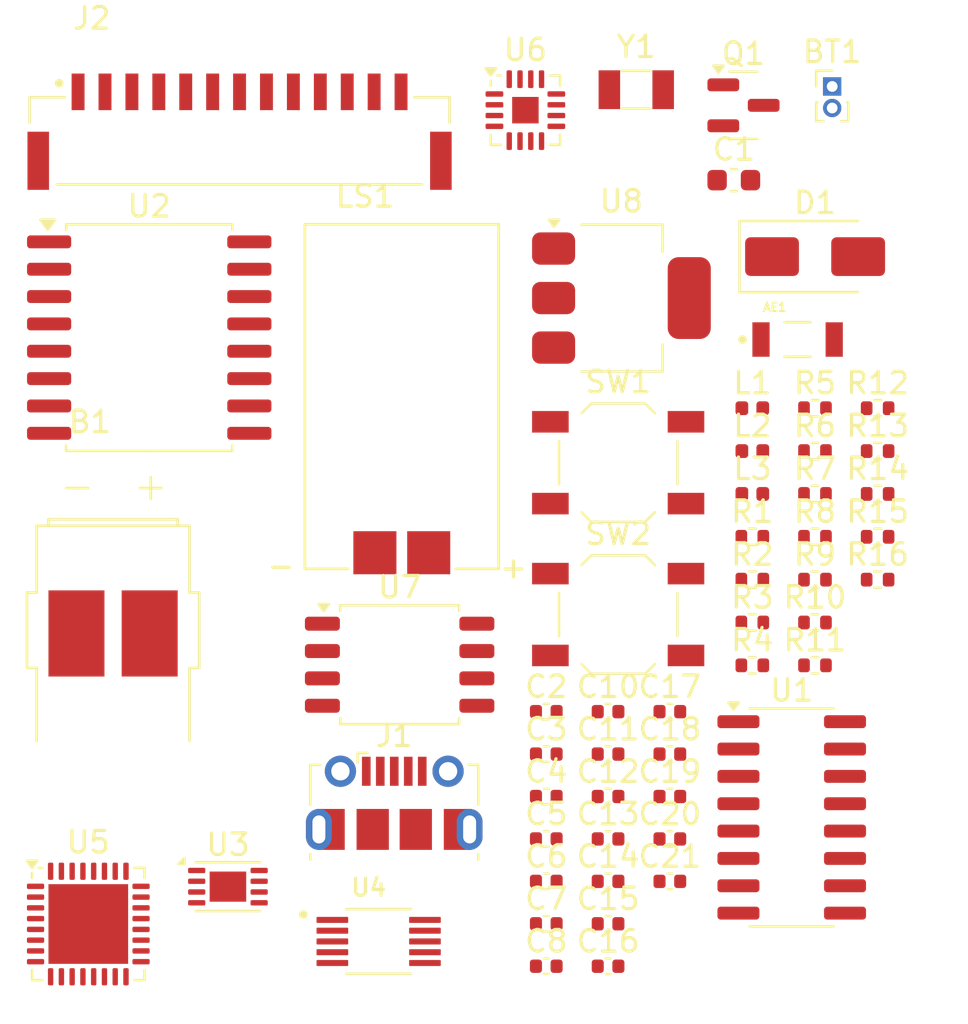
<source format=kicad_pcb>
(kicad_pcb (version 20241229) (generator "pcbnew") (generator_version "9.0")
  (layers (0 "F.Cu" signal) (2 "B.Cu" signal) (13 "F.Paste" user) (15 "B.Paste" user) (5 "F.SilkS" user "F.Silkscreen") (7 "B.SilkS" user "B.Silkscreen") (1 "F.Mask" user) (3 "B.Mask" user) (25 "Edge.Cuts" user))
  (net 0 "")
  (net 1 "/D-")
  (net 2 "/D+")
  (net 3 "Net-(AE1-PCB_Trace)")
  (net 4 "Net-(U4-OUT-)")
  (net 6 "Net-(U4-OUT+)")
  (net 7 "Net-(BT1-+)")
  (net 8 "Net-(U4-REG)")
  (net 9 "Net-(D1-K)")
  (net 10 "Net-(U5-LNA_IN)")
  (net 11 "TBD")
  (net 12 "Net-(C13-Pad1)")
  (net 13 "/DIN")
  (net 14 "GND")
  (net 15 "Net-(U5-XTAL_N)")
  (net 16 "Net-(C21-Pad1)")
  (net 17 "/DC")
  (net 19 "/MOSI")
  (net 20 "/RST")
  (net 21 "/MISO")
  (net 24 "Net-(U5-XTAL_P)")
  (net 25 "/SCK")
  (net 26 "/SDA")
  (net 27 "+3.3V")
  (net 28 "/BOOT")
  (net 29 "Net-(U3-PROG)")
  (net 30 "Net-(U6-GAIN_SLOT)")
  (net 31 "Net-(U6-~{SD_MODE})")
  (net 32 "/SPIHD")
  (net 33 "Net-(U5-SPIHD)")
  (net 34 "/CS")
  (net 35 "Net-(U5-SPIWP)")
  (net 36 "/LSPIWP")
  (net 37 "Net-(U5-SPICLK)")
  (net 38 "/BCLK")
  (net 39 "Net-(U5-SPID)")
  (net 40 "/SCL")
  (net 41 "/LRCLK")
  (net 42 "Net-(U5-SPIQ)")
  (net 43 "/TXD")
  (net 44 "Net-(U5-U0TXD)")
  (net 45 "/Haptic_EN")
  (net 50 "Net-(U6-OUTN)")
  (net 53 "Net-(U6-OUTP)")
  (net 55 "/USB5V")
  (net 57 "/RXD")
  (net 72 "/Display_CS")
  (footprint "Inductor_SMD:L_0402_1005Metric" (layer "F.Cu") (at 167.195 85.535)
    (property "Reference" "L3" (at 0 -1.17 0) (layer "F.SilkS"))
    (property "Value" "TBD")
    (pad "1" smd roundrect (at -0.485 0) (size 0.59 0.64) (layers "F.Cu" "F.Mask" "F.Paste") (net 16 "Net-(C21-Pad1)"))
    (pad "2" smd roundrect (at 0.485 0) (size 0.59 0.64) (layers "F.Cu" "F.Mask" "F.Paste") (net 24 "Net-(U5-XTAL_P)"))
  )
  (footprint "Resistor_SMD:R_0402_1005Metric" (layer "F.Cu") (at 170.105 83.545)
    (property "Reference" "R6" (at 0 -1.17 0) (layer "F.SilkS"))
    (property "Value" "0")
    (pad "1" smd roundrect (at -0.51 0) (size 0.54 0.64) (layers "F.Cu" "F.Mask" "F.Paste") (net 27 "+3.3V"))
    (pad "2" smd roundrect (at 0.51 0) (size 0.54 0.64) (layers "F.Cu" "F.Mask" "F.Paste") (net 30 "Net-(U6-GAIN_SLOT)"))
  )
  (footprint "Capacitor_SMD:C_0402_1005Metric" (layer "F.Cu") (at 157.625 97.615)
    (property "Reference" "C3" (at 0 -1.16 0) (layer "F.SilkS"))
    (property "Value" "10uF")
    (pad "1" smd roundrect (at -0.48 0) (size 0.56 0.62) (layers "F.Cu" "F.Mask" "F.Paste") (net 9 "Net-(D1-K)"))
    (pad "2" smd roundrect (at 0.48 0) (size 0.56 0.62) (layers "F.Cu" "F.Mask" "F.Paste") (net 14 "GND"))
  )
  (footprint "Resistor_SMD:R_0402_1005Metric" (layer "F.Cu") (at 170.105 85.535)
    (property "Reference" "R7" (at 0 -1.17 0) (layer "F.SilkS"))
    (property "Value" "0")
    (pad "1" smd roundrect (at -0.51 0) (size 0.54 0.64) (layers "F.Cu" "F.Mask" "F.Paste") (net 14 "GND"))
    (pad "2" smd roundrect (at 0.51 0) (size 0.54 0.64) (layers "F.Cu" "F.Mask" "F.Paste") (net 30 "Net-(U6-GAIN_SLOT)"))
  )
  (footprint "Imports_Global:CUI_CMS-16098A-SP" (layer "F.Cu") (at 150.915 81.015)
    (property "Reference" "LS1" (at -1.70683 -9.30005 0) (layer "F.SilkS") (effects (font (size 1.001087 1.001087))))
    (property "Value" "CMS-16098A-SP")
    (fp_text user "-" (at -5.60761 7.85127 0) (layer "F.SilkS") (effects (font (size 1.003866 1.003866))))
    (fp_text user "+" (at 5.18483 7.93351 0) (layer "F.SilkS") (effects (font (size 1.005008 1.005008))))
    (pad "N" smd rect (at -1.25 7.25) (size 2 2) (layers "F.Cu" "F.Mask" "F.Paste") (net 50 "Net-(U6-OUTN)"))
    (pad "P" smd rect (at 1.25 7.25) (size 2 2) (layers "F.Cu" "F.Mask" "F.Paste") (net 53 "Net-(U6-OUTP)"))
  )
  (footprint "DRV2605LDGSR:SOP50P490X110-10N" (layer "F.Cu") (at 149.84 106.315)
    (property "Reference" "U4" (at -0.46 -2.508 0) (layer "F.SilkS") (effects (font (size 0.8 0.8))))
    (property "Value" "DRV2605LDGSR")
    (pad "1" smd roundrect (at -2.15 -1) (size 1.47 0.28) (layers "F.Cu" "F.Mask" "F.Paste") (roundrect_rratio 0.125) (net 8 "Net-(U4-REG)"))
    (pad "2" smd roundrect (at -2.15 -0.5) (size 1.47 0.28) (layers "F.Cu" "F.Mask" "F.Paste") (roundrect_rratio 0.125) (net 40 "/SCL"))
    (pad "3" smd roundrect (at -2.15 0) (size 1.47 0.28) (layers "F.Cu" "F.Mask" "F.Paste") (roundrect_rratio 0.125) (net 26 "/SDA"))
    (pad "4" smd roundrect (at -2.15 0.5) (size 1.47 0.28) (layers "F.Cu" "F.Mask" "F.Paste") (roundrect_rratio 0.125))
    (pad "5" smd roundrect (at -2.15 1) (size 1.47 0.28) (layers "F.Cu" "F.Mask" "F.Paste") (roundrect_rratio 0.125) (net 45 "/Haptic_EN"))
    (pad "6" smd roundrect (at 2.15 1) (size 1.47 0.28) (layers "F.Cu" "F.Mask" "F.Paste") (roundrect_rratio 0.125))
    (pad "7" smd roundrect (at 2.15 0.5) (size 1.47 0.28) (layers "F.Cu" "F.Mask" "F.Paste") (roundrect_rratio 0.125) (net 6 "Net-(U4-OUT+)"))
    (pad "8" smd roundrect (at 2.15 0) (size 1.47 0.28) (layers "F.Cu" "F.Mask" "F.Paste") (roundrect_rratio 0.125) (net 14 "GND"))
    (pad "9" smd roundrect (at 2.15 -0.5) (size 1.47 0.28) (layers "F.Cu" "F.Mask" "F.Paste") (roundrect_rratio 0.125) (net 4 "Net-(U4-OUT-)"))
    (pad "10" smd roundrect (at 2.15 -1) (size 1.47 0.28) (layers "F.Cu" "F.Mask" "F.Paste") (roundrect_rratio 0.125) (net 27 "+3.3V"))
  )
  (footprint "Resistor_SMD:R_0402_1005Metric" (layer "F.Cu") (at 173.015 89.515)
    (property "Reference" "R16" (at 0 -1.17 0) (layer "F.SilkS"))
    (property "Value" "4.7k")
    (pad "1" smd roundrect (at -0.51 0) (size 0.54 0.64) (layers "F.Cu" "F.Mask" "F.Paste") (net 55 "/USB5V"))
    (pad "2" smd roundrect (at 0.51 0) (size 0.54 0.64) (layers "F.Cu" "F.Mask" "F.Paste") (net 14 "GND"))
  )
  (footprint "Capacitor_SMD:C_0402_1005Metric" (layer "F.Cu") (at 163.365 103.525)
    (property "Reference" "C21" (at 0 -1.16 0) (layer "F.SilkS"))
    (property "Value" "TBD")
    (pad "1" smd roundrect (at -0.48 0) (size 0.56 0.62) (layers "F.Cu" "F.Mask" "F.Paste") (net 16 "Net-(C21-Pad1)"))
    (pad "2" smd roundrect (at 0.48 0) (size 0.56 0.62) (layers "F.Cu" "F.Mask" "F.Paste") (net 14 "GND"))
  )
  (footprint "Capacitor_SMD:C_0402_1005Metric" (layer "F.Cu") (at 160.495 105.495)
    (property "Reference" "C15" (at 0 -1.16 0) (layer "F.SilkS"))
    (property "Value" "0.1uF")
    (pad "1" smd roundrect (at -0.48 0) (size 0.56 0.62) (layers "F.Cu" "F.Mask" "F.Paste") (net 11 "TBD"))
    (pad "2" smd roundrect (at 0.48 0) (size 0.56 0.62) (layers "F.Cu" "F.Mask" "F.Paste") (net 14 "GND"))
  )
  (footprint "Capacitor_SMD:C_0402_1005Metric" (layer "F.Cu") (at 163.365 95.645)
    (property "Reference" "C17" (at 0 -1.16 0) (layer "F.SilkS"))
    (property "Value" "1uF")
    (pad "1" smd roundrect (at -0.48 0) (size 0.56 0.62) (layers "F.Cu" "F.Mask" "F.Paste") (net 11 "TBD"))
    (pad "2" smd roundrect (at 0.48 0) (size 0.56 0.62) (layers "F.Cu" "F.Mask" "F.Paste") (net 14 "GND"))
  )
  (footprint "Button_Switch_SMD:SW_SPST_TL3342" (layer "F.Cu") (at 160.965 84.085)
    (property "Reference" "SW1" (at 0 -3.75 0) (layer "F.SilkS"))
    (property "Value" "SW_Push")
    (pad "1" smd rect (at -3.15 -1.9) (size 1.7 1) (layers "F.Cu" "F.Mask" "F.Paste") (net 14 "GND"))
    (pad "1" smd rect (at 3.15 -1.9) (size 1.7 1) (layers "F.Cu" "F.Mask" "F.Paste") (net 14 "GND"))
    (pad "2" smd rect (at -3.15 1.9) (size 1.7 1) (layers "F.Cu" "F.Mask" "F.Paste") (net 20 "/RST"))
    (pad "2" smd rect (at 3.15 1.9) (size 1.7 1) (layers "F.Cu" "F.Mask" "F.Paste") (net 20 "/RST"))
  )
  (footprint "Resistor_SMD:R_0402_1005Metric" (layer "F.Cu") (at 173.015 81.555)
    (property "Reference" "R12" (at 0 -1.17 0) (layer "F.SilkS"))
    (property "Value" "0")
    (pad "1" smd roundrect (at -0.51 0) (size 0.54 0.64) (layers "F.Cu" "F.Mask" "F.Paste") (net 39 "Net-(U5-SPID)"))
    (pad "2" smd roundrect (at 0.51 0) (size 0.54 0.64) (layers "F.Cu" "F.Mask" "F.Paste") (net 19 "/MOSI"))
  )
  (footprint "Package_DFN_QFN:DFN-8-1EP_3x2mm_P0.5mm_EP1.7x1.4mm" (layer "F.Cu") (at 142.84 103.77)
    (property "Reference" "U3" (at 0 -1.95 0) (layer "F.SilkS"))
    (property "Value" "MCP73831-2-MC")
    (pad "1" smd roundrect (at -1.45 -0.75) (size 0.8 0.25) (layers "F.Cu" "F.Mask" "F.Paste") (net 55 "/USB5V"))
    (pad "2" smd roundrect (at -1.45 -0.25) (size 0.8 0.25) (layers "F.Cu" "F.Mask" "F.Paste") (net 55 "/USB5V"))
    (pad "3" smd roundrect (at -1.45 0.25) (size 0.8 0.25) (layers "F.Cu" "F.Mask" "F.Paste") (net 7 "Net-(BT1-+)"))
    (pad "4" smd roundrect (at -1.45 0.75) (size 0.8 0.25) (layers "F.Cu" "F.Mask" "F.Paste") (net 7 "Net-(BT1-+)"))
    (pad "5" smd roundrect (at 1.45 0.75) (size 0.8 0.25) (layers "F.Cu" "F.Mask" "F.Paste"))
    (pad "6" smd roundrect (at 1.45 0.25) (size 0.8 0.25) (layers "F.Cu" "F.Mask" "F.Paste") (net 14 "GND"))
    (pad "7" smd roundrect (at 1.45 -0.25) (size 0.8 0.25) (layers "F.Cu" "F.Mask" "F.Paste"))
    (pad "8" smd roundrect (at 1.45 -0.75) (size 0.8 0.25) (layers "F.Cu" "F.Mask" "F.Paste") (net 29 "Net-(U3-PROG)"))
    (pad "9" smd rect (at 0 0) (size 1.7 1.4) (property pad_prop_heatsink) (layers "F.Cu" "F.Mask") (net 14 "GND"))
  )
  (footprint "Resistor_SMD:R_0402_1005Metric" (layer "F.Cu") (at 167.195 87.525)
    (property "Reference" "R1" (at 0 -1.17 0) (layer "F.SilkS"))
    (property "Value" "4.7k")
    (pad "1" smd roundrect (at -0.51 0) (size 0.54 0.64) (layers "F.Cu" "F.Mask" "F.Paste") (net 27 "+3.3V"))
    (pad "2" smd roundrect (at 0.51 0) (size 0.54 0.64) (layers "F.Cu" "F.Mask" "F.Paste") (net 40 "/SCL"))
  )
  (footprint "Package_TO_SOT_SMD:SOT-223-3_TabPin2" (layer "F.Cu") (at 161.115 76.44)
    (property "Reference" "U8" (at 0 -4.5 0) (layer "F.SilkS"))
    (property "Value" "AMS1117-3.3")
    (pad "1" smd roundrect (at -3.15 -2.3) (size 2 1.5) (layers "F.Cu" "F.Mask" "F.Paste") (net 14 "GND"))
    (pad "2" smd roundrect (at -3.15 0) (size 2 1.5) (layers "F.Cu" "F.Mask" "F.Paste") (net 27 "+3.3V"))
    (pad "2" smd roundrect (at 3.15 0) (size 2 3.8) (layers "F.Cu" "F.Mask" "F.Paste") (net 27 "+3.3V"))
    (pad "3" smd roundrect (at -3.15 2.3) (size 2 1.5) (layers "F.Cu" "F.Mask" "F.Paste") (net 9 "Net-(D1-K)"))
  )
  (footprint "Resistor_SMD:R_0402_1005Metric" (layer "F.Cu") (at 170.105 91.505)
    (property "Reference" "R10" (at 0 -1.17 0) (layer "F.SilkS"))
    (property "Value" "0")
    (pad "1" smd roundrect (at -0.51 0) (size 0.54 0.64) (layers "F.Cu" "F.Mask" "F.Paste") (net 35 "Net-(U5-SPIWP)"))
    (pad "2" smd roundrect (at 0.51 0) (size 0.54 0.64) (layers "F.Cu" "F.Mask" "F.Paste") (net 36 "/LSPIWP"))
  )
  (footprint "Inductor_SMD:L_0402_1005Metric" (layer "F.Cu") (at 167.195 83.545)
    (property "Reference" "L2" (at 0 -1.17 0) (layer "F.SilkS"))
    (property "Value" "0.2nH")
    (pad "1" smd roundrect (at -0.485 0) (size 0.59 0.64) (layers "F.Cu" "F.Mask" "F.Paste") (net 12 "Net-(C13-Pad1)"))
    (pad "2" smd roundrect (at 0.485 0) (size 0.59 0.64) (layers "F.Cu" "F.Mask" "F.Paste") (net 11 "TBD"))
  )
  (footprint "Resistor_SMD:R_0402_1005Metric" (layer "F.Cu") (at 173.015 85.535)
    (property "Reference" "R14" (at 0 -1.17 0) (layer "F.SilkS"))
    (property "Value" "499")
    (pad "1" smd roundrect (at -0.51 0) (size 0.54 0.64) (layers "F.Cu" "F.Mask" "F.Paste") (net 43 "/TXD"))
    (pad "2" smd roundrect (at 0.51 0) (size 0.54 0.64) (layers "F.Cu" "F.Mask" "F.Paste") (net 44 "Net-(U5-U0TXD)"))
  )
  (footprint "Resistor_SMD:R_0402_1005Metric" (layer "F.Cu") (at 170.105 89.515)
    (property "Reference" "R9" (at 0 -1.17 0) (layer "F.SilkS"))
    (property "Value" "0")
    (pad "1" smd roundrect (at -0.51 0) (size 0.54 0.64) (layers "F.Cu" "F.Mask" "F.Paste") (net 33 "Net-(U5-SPIHD)"))
    (pad "2" smd roundrect (at 0.51 0) (size 0.54 0.64) (layers "F.Cu" "F.Mask" "F.Paste") (net 32 "/SPIHD"))
  )
  (footprint "Inductor_SMD:L_0402_1005Metric" (layer "F.Cu") (at 167.195 81.555)
    (property "Reference" "L1" (at 0 -1.17 0) (layer "F.SilkS"))
    (property "Value" "0.2nH")
    (pad "1" smd roundrect (at -0.485 0) (size 0.59 0.64) (layers "F.Cu" "F.Mask" "F.Paste") (net 10 "Net-(U5-LNA_IN)"))
    (pad "2" smd roundrect (at 0.485 0) (size 0.59 0.64) (layers "F.Cu" "F.Mask" "F.Paste") (net 3 "Net-(AE1-PCB_Trace)"))
  )
  (footprint "Capacitor_SMD:C_0402_1005Metric" (layer "F.Cu") (at 160.495 101.555)
    (property "Reference" "C13" (at 0 -1.16 0) (layer "F.SilkS"))
    (property "Value" "1uF")
    (pad "1" smd roundrect (at -0.48 0) (size 0.56 0.62) (layers "F.Cu" "F.Mask" "F.Paste") (net 12 "Net-(C13-Pad1)"))
    (pad "2" smd roundrect (at 0.48 0) (size 0.56 0.62) (layers "F.Cu" "F.Mask" "F.Paste") (net 14 "GND"))
  )
  (footprint "Package_SO:SOIC-16W_7.5x10.3mm_P1.27mm" (layer "F.Cu") (at 139.185 78.275)
    (property "Reference" "U2" (at 0 -6.1 0) (layer "F.SilkS"))
    (property "Value" "DS3231M")
    (pad "1" smd roundrect (at -4.65 -4.445) (size 2.05 0.6) (layers "F.Cu" "F.Mask" "F.Paste"))
    (pad "2" smd roundrect (at -4.65 -3.175) (size 2.05 0.6) (layers "F.Cu" "F.Mask" "F.Paste") (net 27 "+3.3V"))
    (pad "3" smd roundrect (at -4.65 -1.905) (size 2.05 0.6) (layers "F.Cu" "F.Mask" "F.Paste"))
    (pad "4" smd roundrect (at -4.65 -0.635) (size 2.05 0.6) (layers "F.Cu" "F.Mask" "F.Paste"))
    (pad "5" smd roundrect (at -4.65 0.635) (size 2.05 0.6) (layers "F.Cu" "F.Mask" "F.Paste") (net 14 "GND"))
    (pad "6" smd roundrect (at -4.65 1.905) (size 2.05 0.6) (layers "F.Cu" "F.Mask" "F.Paste") (net 14 "GND"))
    (pad "7" smd roundrect (at -4.65 3.175) (size 2.05 0.6) (layers "F.Cu" "F.Mask" "F.Paste") (net 14 "GND"))
    (pad "8" smd roundrect (at -4.65 4.445) (size 2.05 0.6) (layers "F.Cu" "F.Mask" "F.Paste") (net 14 "GND"))
    (pad "9" smd roundrect (at 4.65 4.445) (size 2.05 0.6) (layers "F.Cu" "F.Mask" "F.Paste") (net 14 "GND"))
    (pad "10" smd roundrect (at 4.65 3.175) (size 2.05 0.6) (layers "F.Cu" "F.Mask" "F.Paste") (net 14 "GND"))
    (pad "11" smd roundrect (at 4.65 1.905) (size 2.05 0.6) (layers "F.Cu" "F.Mask" "F.Paste") (net 14 "GND"))
    (pad "12" smd roundrect (at 4.65 0.635) (size 2.05 0.6) (layers "F.Cu" "F.Mask" "F.Paste") (net 14 "GND"))
    (pad "13" smd roundrect (at 4.65 -0.635) (size 2.05 0.6) (layers "F.Cu" "F.Mask" "F.Paste") (net 14 "GND"))
    (pad "14" smd roundrect (at 4.65 -1.905) (size 2.05 0.6) (layers "F.Cu" "F.Mask" "F.Paste") (net 14 "GND"))
    (pad "15" smd roundrect (at 4.65 -3.175) (size 2.05 0.6) (layers "F.Cu" "F.Mask" "F.Paste") (net 26 "/SDA"))
    (pad "16" smd roundrect (at 4.65 -4.445) (size 2.05 0.6) (layers "F.Cu" "F.Mask" "F.Paste") (net 40 "/SCL"))
  )
  (footprint "Resistor_SMD:R_0402_1005Metric" (layer "F.Cu") (at 167.195 91.505)
    (property "Reference" "R3" (at 0 -1.17 0) (layer "F.SilkS"))
    (property "Value" "10k")
    (pad "1" smd roundrect (at -0.51 0) (size 0.54 0.64) (layers "F.Cu" "F.Mask" "F.Paste") (net 27 "+3.3V"))
    (pad "2" smd roundrect (at 0.51 0) (size 0.54 0.64) (layers "F.Cu" "F.Mask" "F.Paste") (net 20 "/RST"))
  )
  (footprint "Resistor_SMD:R_0402_1005Metric" (layer "F.Cu") (at 167.195 93.495)
    (property "Reference" "R4" (at 0 -1.17 0) (layer "F.SilkS"))
    (property "Value" "10k")
    (pad "1" smd roundrect (at -0.51 0) (size 0.54 0.64) (layers "F.Cu" "F.Mask" "F.Paste") (net 27 "+3.3V"))
    (pad "2" smd roundrect (at 0.51 0) (size 0.54 0.64) (layers "F.Cu" "F.Mask" "F.Paste") (net 28 "/BOOT"))
  )
  (footprint "Resistor_SMD:R_0402_1005Metric" (layer "F.Cu") (at 170.105 93.495)
    (property "Reference" "R11" (at 0 -1.17 0) (layer "F.SilkS"))
    (property "Value" "0")
    (pad "1" smd roundrect (at -0.51 0) (size 0.54 0.64) (layers "F.Cu" "F.Mask" "F.Paste") (net 37 "Net-(U5-SPICLK)"))
    (pad "2" smd roundrect (at 0.51 0) (size 0.54 0.64) (layers "F.Cu" "F.Mask" "F.Paste") (net 25 "/SCK"))
  )
  (footprint "Capacitor_SMD:C_0402_1005Metric" (layer "F.Cu") (at 157.625 95.645)
    (property "Reference" "C2" (at 0 -1.16 0) (layer "F.SilkS"))
    (property "Value" "10µF")
    (pad "1" smd roundrect (at -0.48 0) (size 0.56 0.62) (layers "F.Cu" "F.Mask" "F.Paste") (net 14 "GND"))
    (pad "2" smd roundrect (at 0.48 0) (size 0.56 0.62) (layers "F.Cu" "F.Mask" "F.Paste") (net 8 "Net-(U4-REG)"))
  )
  (footprint "Capacitor_SMD:C_0402_1005Metric" (layer "F.Cu") (at 163.365 101.555)
    (property "Reference" "C20" (at 0 -1.16 0) (layer "F.SilkS"))
    (property "Value" "TBD")
    (pad "1" smd roundrect (at -0.48 0) (size 0.56 0.62) (layers "F.Cu" "F.Mask" "F.Paste") (net 15 "Net-(U5-XTAL_N)"))
    (pad "2" smd roundrect (at 0.48 0) (size 0.56 0.62) (layers "F.Cu" "F.Mask" "F.Paste") (net 14 "GND"))
  )
  (footprint "Connector_PinHeader_1.00mm:PinHeader_1x02_P1.00mm_Vertical" (layer "F.Cu") (at 170.905 66.615)
    (property "Reference" "BT1" (at 0 -1.61 0) (layer "F.SilkS"))
    (property "Value" "Battery_Cell")
    (pad "1" thru_hole rect (at 0 0) (size 0.85 0.85) (drill 0.5) (layers "*.Cu" "*.Mask") (net 7 "Net-(BT1-+)"))
    (pad "2" thru_hole circle (at 0 1) (size 0.85 0.85) (drill 0.5) (layers "*.Cu" "*.Mask") (net 14 "GND"))
  )
  (footprint "Capacitor_SMD:C_0603_1608Metric" (layer "F.Cu") (at 166.335 70.965)
    (property "Reference" "C1" (at 0 -1.43 0) (layer "F.SilkS"))
    (property "Value" "10µF")
    (pad "1" smd roundrect (at -0.775 0) (size 0.9 0.95) (layers "F.Cu" "F.Mask" "F.Paste") (net 14 "GND"))
    (pad "2" smd roundrect (at 0.775 0) (size 0.9 0.95) (layers "F.Cu" "F.Mask" "F.Paste") (net 27 "+3.3V"))
  )
  (footprint "Resistor_SMD:R_0402_1005Metric" (layer "F.Cu") (at 170.105 81.555)
    (property "Reference" "R5" (at 0 -1.17 0) (layer "F.SilkS"))
    (property "Value" "2k")
    (pad "1" smd roundrect (at -0.51 0) (size 0.54 0.64) (layers "F.Cu" "F.Mask" "F.Paste") (net 29 "Net-(U3-PROG)"))
    (pad "2" smd roundrect (at 0.51 0) (size 0.54 0.64) (layers "F.Cu" "F.Mask" "F.Paste") (net 14 "GND"))
  )
  (footprint "Capacitor_SMD:C_0402_1005Metric" (layer "F.Cu") (at 163.365 99.585)
    (property "Reference" "C19" (at 0 -1.16 0) (layer "F.SilkS"))
    (property "Value" "10nF")
    (pad "1" smd roundrect (at -0.48 0) (size 0.56 0.62) (layers "F.Cu" "F.Mask" "F.Paste") (net 14 "GND"))
    (pad "2" smd roundrect (at 0.48 0) (size 0.56 0.62) (layers "F.Cu" "F.Mask" "F.Paste") (net 11 "TBD"))
  )
  (footprint "Capacitor_SMD:C_0402_1005Metric" (layer "F.Cu") (at 157.625 103.525)
    (property "Reference" "C6" (at 0 -1.16 0) (layer "F.SilkS"))
    (property "Value" "0.1uF")
    (pad "1" smd roundrect (at -0.48 0) (size 0.56 0.62) (layers "F.Cu" "F.Mask" "F.Paste") (net 27 "+3.3V"))
    (pad "2" smd roundrect (at 0.48 0) (size 0.56 0.62) (layers "F.Cu" "F.Mask" "F.Paste") (net 14 "GND"))
  )
  (footprint "Capacitor_SMD:C_0402_1005Metric" (layer "F.Cu") (at 157.625 99.585)
    (property "Reference" "C4" (at 0 -1.16 0) (layer "F.SilkS"))
    (property "Value" "22uF")
    (pad "1" smd roundrect (at -0.48 0) (size 0.56 0.62) (layers "F.Cu" "F.Mask" "F.Paste") (net 14 "GND"))
    (pad "2" smd roundrect (at 0.48 0) (size 0.56 0.62) (layers "F.Cu" "F.Mask" "F.Paste") (net 27 "+3.3V"))
  )
  (footprint "HD-EMB1408-SC:MOTOR_HD-EMB1408-SC" (layer "F.Cu") (at 137.505 92.0135)
    (property "Reference" "B1" (at -1.075 -9.825 0) (layer "F.SilkS"))
    (property "Value" "HD-EMB1408-SC")
    (pad "N" smd rect (at -1.7 0) (size 2.6 4) (layers "F.Cu" "F.Mask" "F.Paste") (net 4 "Net-(U4-OUT-)"))
    (pad "P" smd rect (at 1.7 0) (size 2.6 4) (layers "F.Cu" "F.Mask" "F.Paste") (net 6 "Net-(U4-OUT+)"))
  )
  (footprint "Button_Switch_SMD:SW_SPST_TL3342" (layer "F.Cu") (at 160.965 91.135)
    (property "Reference" "SW2" (at 0 -3.75 0) (layer "F.SilkS"))
    (property "Value" "SW_Push")
    (pad "1" smd rect (at -3.15 -1.9) (size 1.7 1) (layers "F.Cu" "F.Mask" "F.Paste") (net 14 "GND"))
    (pad "1" smd rect (at 3.15 -1.9) (size 1.7 1) (layers "F.Cu" "F.Mask" "F.Paste") (net 14 "GND"))
    (pad "2" smd rect (at -3.15 1.9) (size 1.7 1) (layers "F.Cu" "F.Mask" "F.Paste") (net 28 "/BOOT"))
    (pad "2" smd rect (at 3.15 1.9) (size 1.7 1) (layers "F.Cu" "F.Mask" "F.Paste") (net 28 "/BOOT"))
  )
  (footprint "Resistor_SMD:R_0402_1005Metric" (layer "F.Cu") (at 167.195 89.515)
    (property "Reference" "R2" (at 0 -1.17 0) (layer "F.SilkS"))
    (property "Value" "4.7k")
    (pad "1" smd roundrect (at -0.51 0) (size 0.54 0.64) (layers "F.Cu" "F.Mask" "F.Paste") (net 27 "+3.3V"))
    (pad "2" smd roundrect (at 0.51 0) (size 0.54 0.64) (layers "F.Cu" "F.Mask" "F.Paste") (net 26 "/SDA"))
  )
  (footprint "Capacitor_SMD:C_0402_1005Metric" (layer "F.Cu") (at 160.495 99.585)
    (property "Reference" "C12" (at 0 -1.16 0) (layer "F.SilkS"))
    (property "Value" "0.1uF")
    (pad "1" smd roundrect (at -0.48 0) (size 0.56 0.62) (layers "F.Cu" "F.Mask" "F.Paste") (net 11 "TBD"))
    (pad "2" smd roundrect (at 0.48 0) (size 0.56 0.62) (layers "F.Cu" "F.Mask" "F.Paste") (net 14 "GND"))
  )
  (footprint "Package_DFN_QFN:TQFN-16-1EP_3x3mm_P0.5mm_EP1.23x1.23mm" (layer "F.Cu") (at 156.655 67.715)
    (property "Reference" "U6" (at 0 -2.8 0) (layer "F.SilkS"))
    (property "Value" "MAX98357A")
    (pad "1" smd roundrect (at -1.4375 -0.75) (size 0.825 0.25) (layers "F.Cu" "F.Mask" "F.Paste") (net 13 "/DIN"))
    (pad "2" smd roundrect (at -1.4375 -0.25) (size 0.825 0.25) (layers "F.Cu" "F.Mask" "F.Paste") (net 30 "Net-(U6-GAIN_SLOT)"))
    (pad "3" smd roundrect (at -1.4375 0.25) (size 0.825 0.25) (layers "F.Cu" "F.Mask" "F.Paste") (net 14 "GND"))
    (pad "4" smd roundrect (at -1.4375 0.75) (size 0.825 0.25) (layers "F.Cu" "F.Mask" "F.Paste") (net 31 "Net-(U6-~{SD_MODE})"))
    (pad "5" smd roundrect (at -0.75 1.4375) (size 0.25 0.825) (layers "F.Cu" "F.Mask" "F.Paste"))
    (pad "6" smd roundrect (at -0.25 1.4375) (size 0.25 0.825) (layers "F.Cu" "F.Mask" "F.Paste"))
    (pad "7" smd roundrect (at 0.25 1.4375) (size 0.25 0.825) (layers "F.Cu" "F.Mask" "F.Paste") (net 27 "+3.3V"))
    (pad "8" smd roundrect (at 0.75 1.4375) (size 0.25 0.825) (layers "F.Cu" "F.Mask" "F.Paste") (net 27 "+3.3V"))
    (pad "9" smd roundrect (at 1.4375 0.75) (size 0.825 0.25) (layers "F.Cu" "F.Mask" "F.Paste") (net 53 "Net-(U6-OUTP)"))
    (pad "10" smd roundrect (at 1.4375 0.25) (size 0.825 0.25) (layers "F.Cu" "F.Mask" "F.Paste") (net 50 "Net-(U6-OUTN)"))
    (pad "11" smd roundrect (at 1.4375 -0.25) (size 0.825 0.25) (layers "F.Cu" "F.Mask" "F.Paste") (net 14 "GND"))
    (pad "12" smd roundrect (at 1.4375 -0.75) (size 0.825 0.25) (layers "F.Cu" "F.Mask" "F.Paste"))
    (pad "13" smd roundrect (at 0.75 -1.4375) (size 0.25 0.825) (layers "F.Cu" "F.Mask" "F.Paste"))
    (pad "14" smd roundrect (at 0.25 -1.4375) (size 0.25 0.825) (layers "F.Cu" "F.Mask" "F.Paste") (net 41 "/LRCLK"))
    (pad "15" smd roundrect (at -0.25 -1.4375) (size 0.25 0.825) (layers "F.Cu" "F.Mask" "F.Paste") (net 14 "GND"))
    (pad "16" smd roundrect (at -0.75 -1.4375) (size 0.25 0.825) (layers "F.Cu" "F.Mask" "F.Paste") (net 38 "/BCLK"))
    (pad "17" smd rect (at 0 0) (size 1.23 1.23) (property pad_prop_heatsink) (layers "F.Cu" "F.Mask") (net 14 "GND"))
  )
  (footprint "Diode_SMD:D_SMA" (layer "F.Cu") (at 170.11 74.515)
    (property "Reference" "D1" (at 0 -2.5 0) (layer "F.SilkS"))
    (property "Value" "SS210")
    (pad "1" smd roundrect (at -2 0) (size 2.5 1.8) (layers "F.Cu" "F.Mask" "F.Paste") (roundrect_rratio 0.1388888889) (net 9 "Net-(D1-K)"))
    (pad "2" smd roundrect (at 2 0) (size 2.5 1.8) (layers "F.Cu" "F.Mask" "F.Paste") (roundrect_rratio 0.1388888889) (net 55 "/USB5V"))
  )
  (footprint "Capacitor_SMD:C_0402_1005Metric" (layer "F.Cu") (at 157.625 105.495)
    (property "Reference" "C7" (at 0 -1.16 0) (layer "F.SilkS"))
    (property "Value" "10uF")
    (pad "1" smd roundrect (at -0.48 0) (size 0.56 0.62) (layers "F.Cu" "F.Mask" "F.Paste") (net 14 "GND"))
    (pad "2" smd roundrect (at 0.48 0) (size 0.56 0.62) (layers "F.Cu" "F.Mask" "F.Paste") (net 27 "+3.3V"))
  )
  (footprint "Imports_Global:JST_SM13B-GHS-TB_LF__SN_" (layer "F.Cu") (at 143.38 70.065)
    (property "Reference" "J2" (at -6.859575 -6.616055 0) (layer "F.SilkS") (effects (font (size 1.001929 1.001929))))
    (property "Value" "SM13B-GHS-TB_LF__SN_")
    (pad "1" smd rect (at -7.5 -3.2) (size 0.6 1.7) (layers "F.Cu" "F.Mask" "F.Paste") (net 27 "+3.3V"))
    (pad "2" smd rect (at -6.25 -3.2) (size 0.6 1.7) (layers "F.Cu" "F.Mask" "F.Paste") (net 14 "GND"))
    (pad "3" smd rect (at -5 -3.2) (size 0.6 1.7) (layers "F.Cu" "F.Mask" "F.Paste") (net 21 "/MISO"))
    (pad "4" smd rect (at -3.75 -3.2) (size 0.6 1.7) (layers "F.Cu" "F.Mask" "F.Paste") (net 19 "/MOSI"))
    (pad "5" smd rect (at -2.5 -3.2) (size 0.6 1.7) (layers "F.Cu" "F.Mask" "F.Paste") (net 25 "/SCK"))
    (pad "6" smd rect (at -1.25 -3.2) (size 0.6 1.7) (layers "F.Cu" "F.Mask" "F.Paste") (net 72 "/Display_CS"))
    (pad "7" smd rect (at 0 -3.2) (size 0.6 1.7) (layers "F.Cu" "F.Mask" "F.Paste") (net 17 "/DC"))
    (pad "8" smd rect (at 1.25 -3.2) (size 0.6 1.7) (layers "F.Cu" "F.Mask" "F.Paste") (net 20 "/RST"))
    (pad "9" smd rect (at 2.5 -3.2) (size 0.6 1.7) (layers "F.Cu" "F.Mask" "F.Paste"))
    (pad "10" smd rect (at 3.75 -3.2) (size 0.6 1.7) (layers "F.Cu" "F.Mask" "F.Paste") (net 26 "/SDA"))
    (pad "11" smd rect (at 5 -3.2) (size 0.6 1.7) (layers "F.Cu" "F.Mask" "F.Paste") (net 40 "/SCL"))
    (pad "12" smd rect (at 6.25 -3.2) (size 0.6 1.7) (layers "F.Cu" "F.Mask" "F.Paste"))
    (pad "13" smd rect (at 7.5 -3.2) (size 0.6 1.7) (layers "F.Cu" "F.Mask" "F.Paste"))
    (pad "SH1" smd rect (at -9.35 0) (size 1 2.7) (layers "F.Cu" "F.Mask" "F.Paste") (net 14 "GND"))
    (pad "SH2" smd rect (at 9.35 0) (size 1 2.7) (layers "F.Cu" "F.Mask" "F.Paste") (net 14 "GND"))
  )
  (footprint "Capacitor_SMD:C_0402_1005Metric" (layer "F.Cu") (at 160.495 95.645)
    (property "Reference" "C10" (at 0 -1.16 0) (layer "F.SilkS"))
    (property "Value" "TBD")
    (pad "1" smd roundrect (at -0.48 0) (size 0.56 0.62) (layers "F.Cu" "F.Mask" "F.Paste") (net 10 "Net-(U5-LNA_IN)"))
    (pad "2" smd roundrect (at 0.48 0) (size 0.56 0.62) (layers "F.Cu" "F.Mask" "F.Paste") (net 14 "GND"))
  )
  (footprint "Capacitor_SMD:C_0402_1005Metric" (layer "F.Cu") (at 160.495 97.615)
    (property "Reference" "C11" (at 0 -1.16 0) (layer "F.SilkS"))
    (property "Value" "TBD")
    (pad "1" smd roundrect (at -0.48 0) (size 0.56 0.62) (layers "F.Cu" "F.Mask" "F.Paste") (net 3 "Net-(AE1-PCB_Trace)"))
    (pad "2" smd roundrect (at 0.48 0) (size 0.56 0.62) (layers "F.Cu" "F.Mask" "F.Paste") (net 14 "GND"))
  )
  (footprint "Resistor_SMD:R_0402_1005Metric" (layer "F.Cu") (at 173.015 87.525)
    (property "Reference" "R15" (at 0 -1.17 0) (layer "F.SilkS"))
    (property "Value" "4.7k")
    (pad "1" smd roundrect (at -0.51 0) (size 0.54 0.64) (layers "F.Cu" "F.Mask" "F.Paste") (net 27 "+3.3V"))
    (pad "2" smd roundrect (at 0.51 0) (size 0.54 0.64) (layers "F.Cu" "F.Mask" "F.Paste") (net 45 "/Haptic_EN"))
  )
  (footprint "Resistor_SMD:R_0402_1005Metric" (layer "F.Cu") (at 173.015 83.545)
    (property "Reference" "R13" (at 0 -1.17 0) (layer "F.SilkS"))
    (property "Value" "0")
    (pad "1" smd roundrect (at -0.51 0) (size 0.54 0.64) (layers "F.Cu" "F.Mask" "F.Paste") (net 42 "Net-(U5-SPIQ)"))
    (pad "2" smd roundrect (at 0.51 0) (size 0.54 0.64) (layers "F.Cu" "F.Mask" "F.Paste") (net 21 "/MISO"))
  )
  (footprint "Imports_Global:XDCR_AMCA31-2R450G-S1F-T3" (layer "F.Cu") (at 169.298 78.365)
    (property "Reference" "AE1" (at -1.06 -1.5 0) (layer "F.SilkS") (effects (font (size 0.393701 0.393701))))
    (property "Value" "AMCA31-2R450G-S1F-T3")
    (pad "1" smd rect (at -1.7 0) (size 0.8 1.6) (layers "F.Cu" "F.Mask" "F.Paste") (net 14 "GND"))
    (pad "2" smd rect (at 1.7 0) (size 0.8 1.6) (layers "F.Cu" "F.Mask" "F.Paste") (net 3 "Net-(AE1-PCB_Trace)"))
  )
  (footprint "Package_SO:SOIC-16_3.9x9.9mm_P1.27mm" (layer "F.Cu") (at 169.025 100.555)
    (property "Reference" "U1" (at 0 -5.9 0) (layer "F.SilkS"))
    (property "Value" "CH340C")
    (pad "1" smd roundrect (at -2.475 -4.445) (size 1.95 0.6) (layers "F.Cu" "F.Mask" "F.Paste") (net 14 "GND"))
    (pad "2" smd roundrect (at -2.475 -3.175) (size 1.95 0.6) (layers "F.Cu" "F.Mask" "F.Paste") (net 43 "/TXD"))
    (pad "3" smd roundrect (at -2.475 -1.905) (size 1.95 0.6) (layers "F.Cu" "F.Mask" "F.Paste") (net 57 "/RXD"))
    (pad "4" smd roundrect (at -2.475 -0.635) (size 1.95 0.6) (layers "F.Cu" "F.Mask" "F.Paste") (net 27 "+3.3V"))
    (pad "5" smd roundrect (at -2.475 0.635) (size 1.95 0.6) (layers "F.Cu" "F.Mask" "F.Paste") (net 2 "/D+"))
    (pad "6" smd roundrect (at -2.475 1.905) (size 1.95 0.6) (layers "F.Cu" "F.Mask" "F.Paste") (net 1 "/D-"))
    (pad "7" smd roundrect (at -2.475 3.175) (size 1.95 0.6) (layers "F.Cu" "F.Mask" "F.Paste"))
    (pad "8" smd roundrect (at -2.475 4.445) (size 1.95 0.6) (layers "F.Cu" "F.Mask" "F.Paste"))
    (pad "9" smd roundrect (at 2.475 4.445) (size 1.95 0.6) (layers "F.Cu" "F.Mask" "F.Paste"))
    (pad "10" smd roundrect (at 2.475 3.175) (size 1.95 0.6) (layers "F.Cu" "F.Mask" "F.Paste"))
    (pad "11" smd roundrect (at 2.475 1.905) (size 1.95 0.6) (layers "F.Cu" "F.Mask" "F.Paste"))
    (pad "12" smd roundrect (at 2.475 0.635) (size 1.95 0.6) (layers "F.Cu" "F.Mask" "F.Paste"))
    (pad "13" smd roundrect (at 2.475 -0.635) (size 1.95 0.6) (layers "F.Cu" "F.Mask" "F.Paste"))
    (pad "14" smd roundrect (at 2.475 -1.905) (size 1.95 0.6) (layers "F.Cu" "F.Mask" "F.Paste") (net 20 "/RST"))
    (pad "15" smd roundrect (at 2.475 -3.175) (size 1.95 0.6) (layers "F.Cu" "F.Mask" "F.Paste"))
    (pad "16" smd roundrect (at 2.475 -4.445) (size 1.95 0.6) (layers "F.Cu" "F.Mask" "F.Paste") (net 55 "/USB5V"))
  )
  (footprint "Capacitor_SMD:C_0402_1005Metric" (layer "F.Cu") (at 160.495 107.465)
    (property "Reference" "C16" (at 0 -1.16 0) (layer "F.SilkS"))
    (property "Value" "0.1uF")
    (pad "1" smd roundrect (at -0.48 0) (size 0.56 0.62) (layers "F.Cu" "F.Mask" "F.Paste") (net 11 "TBD"))
    (pad "2" smd roundrect (at 0.48 0) (size 0.56 0.62) (layers "F.Cu" "F.Mask" "F.Paste") (net 14 "GND"))
  )
  (footprint "Capacitor_SMD:C_0402_1005Metric" (layer "F.Cu") (at 160.495 103.525)
    (property "Reference" "C14" (at 0 -1.16 0) (layer "F.SilkS"))
    (property "Value" "10uF")
    (pad "1" smd roundrect (at -0.48 0) (size 0.56 0.62) (layers "F.Cu" "F.Mask" "F.Paste") (net 11 "TBD"))
    (pad "2" smd roundrect (at 0.48 0) (size 0.56 0.62) (layers "F.Cu" "F.Mask" "F.Paste") (net 14 "GND"))
  )
  (footprint "Resistor_SMD:R_0402_1005Metric" (layer "F.Cu") (at 170.105 87.525)
    (property "Reference" "R8" (at 0 -1.17 0) (layer "F.SilkS"))
    (property "Value" "1M")
    (pad "1" smd roundrect (at -0.51 0) (size 0.54 0.64) (layers "F.Cu" "F.Mask" "F.Paste") (net 27 "+3.3V"))
    (pad "2" smd roundrect (at 0.51 0) (size 0.54 0.64) (layers "F.Cu" "F.Mask" "F.Paste") (net 31 "Net-(U6-~{SD_MODE})"))
  )
  (footprint "Package_SO:SOIC-8_5.3x5.3mm_P1.27mm" (layer "F.Cu") (at 150.815 93.465)
    (property "Reference" "U7" (at 0 -3.6 0) (layer "F.SilkS"))
    (property "Value" "W25Q32JVSS")
    (pad "1" smd roundrect (at -3.5875 -1.905) (size 1.625 0.65) (layers "F.Cu" "F.Mask" "F.Paste") (net 34 "/CS"))
    (pad "2" smd roundrect (at -3.5875 -0.635) (size 1.625 0.65) (layers "F.Cu" "F.Mask" "F.Paste") (net 21 "/MISO"))
    (pad "3" smd roundrect (at -3.5875 0.635) (size 1.625 0.65) (layers "F.Cu" "F.Mask" "F.Paste") (net 36 "/LSPIWP"))
    (pad "4" smd roundrect (at -3.5875 1.905) (size 1.625 0.65) (layers "F.Cu" "F.Mask" "F.Paste") (net 14 "GND"))
    (pad "5" smd roundrect (at 3.5875 1.905) (size 1.625 0.65) (layers "F.Cu" "F.Mask" "F.Paste") (net 19 "/MOSI"))
    (pad "6" smd roundrect (at 3.5875 0.635) (size 1.625 0.65) (layers "F.Cu" "F.Mask" "F.Paste") (net 25 "/SCK"))
    (pad "7" smd roundrect (at 3.5875 -0.635) (size 1.625 0.65) (layers "F.Cu" "F.Mask" "F.Paste") (net 32 "/SPIHD"))
    (pad "8" smd roundrect (at 3.5875 -1.905) (size 1.625 0.65) (layers "F.Cu" "F.Mask" "F.Paste") (net 11 "TBD"))
  )
  (footprint "Package_TO_SOT_SMD:SOT-23" (layer "F.Cu") (at 166.785 67.49)
    (property "Reference" "Q1" (at 0 -2.4 0) (layer "F.SilkS"))
    (property "Value" "AO3401A")
    (pad "1" smd roundrect (at -0.9375 -0.95) (size 1.475 0.6) (layers "F.Cu" "F.Mask" "F.Paste") (net 55 "/USB5V"))
    (pad "2" smd roundrect (at -0.9375 0.95) (size 1.475 0.6) (layers "F.Cu" "F.Mask" "F.Paste") (net 9 "Net-(D1-K)"))
    (pad "3" smd roundrect (at 0.9375 0) (size 1.475 0.6) (layers "F.Cu" "F.Mask" "F.Paste") (net 7 "Net-(BT1-+)"))
  )
  (footprint "Connector_USB:USB_Micro-B_Molex-105017-0001" (layer "F.Cu") (at 150.565 99.875)
    (property "Reference" "J1" (at 0 -3.1125 0) (layer "F.SilkS"))
    (property "Value" "USB_B_Micro")
    (pad "1" smd rect (at -1.3 -1.4625) (size 0.4 1.35) (layers "F.Cu" "F.Mask" "F.Paste") (net 55 "/USB5V"))
    (pad "2" smd rect (at -0.65 -1.4625) (size 0.4 1.35) (layers "F.Cu" "F.Mask" "F.Paste") (net 1 "/D-"))
    (pad "3" smd rect (at 0 -1.4625) (size 0.4 1.35) (layers "F.Cu" "F.Mask" "F.Paste") (net 2 "/D+"))
    (pad "4" smd rect (at 0.65 -1.4625) (size 0.4 1.35) (layers "F.Cu" "F.Mask" "F.Paste"))
    (pad "5" smd rect (at 1.3 -1.4625) (size 0.4 1.35) (layers "F.Cu" "F.Mask" "F.Paste") (net 14 "GND"))
    (pad "6" thru_hole oval (at -3.5 1.2375 180) (size 1.2 1.9) (drill oval 0.6 1.3) (property pad_prop_heatsink) (layers "*.Cu" "*.Mask") (net 14 "GND"))
    (pad "6" smd rect (at -2.9 1.2375) (size 1.2 1.9) (layers "F.Cu" "F.Mask") (net 14 "GND"))
    (pad "6" thru_hole circle (at -2.5 -1.4625) (size 1.45 1.45) (drill 0.85) (property pad_prop_heatsink) (layers "*.Cu" "*.Mask") (net 14 "GND"))
    (pad "6" smd rect (at -1 1.2375) (size 1.5 1.9) (layers "F.Cu" "F.Mask" "F.Paste") (net 14 "GND"))
    (pad "6" smd rect (at 1 1.2375) (size 1.5 1.9) (layers "F.Cu" "F.Mask" "F.Paste") (net 14 "GND"))
    (pad "6" thru_hole circle (at 2.5 -1.4625) (size 1.45 1.45) (drill 0.85) (property pad_prop_heatsink) (layers "*.Cu" "*.Mask") (net 14 "GND"))
    (pad "6" smd rect (at 2.9 1.2375) (size 1.2 1.9) (layers "F.Cu" "F.Mask") (net 14 "GND"))
    (pad "6" thru_hole oval (at 3.5 1.2375) (size 1.2 1.9) (drill oval 0.6 1.3) (property pad_prop_heatsink) (layers "*.Cu" "*.Mask") (net 14 "GND"))
  )
  (footprint "Capacitor_SMD:C_0402_1005Metric" (layer "F.Cu") (at 157.625 101.555)
    (property "Reference" "C5" (at 0 -1.16 0) (layer "F.SilkS"))
    (property "Value" "1uF")
    (pad "1" smd roundrect (at -0.48 0) (size 0.56 0.62) (layers "F.Cu" "F.Mask" "F.Paste") (net 27 "+3.3V"))
    (pad "2" smd roundrect (at 0.48 0) (size 0.56 0.62) (layers "F.Cu" "F.Mask" "F.Paste") (net 14 "GND"))
  )
  (footprint "Capacitor_SMD:C_0402_1005Metric" (layer "F.Cu") (at 163.365 97.615)
    (property "Reference" "C18" (at 0 -1.16 0) (layer "F.SilkS"))
    (property "Value" "1uF")
    (pad "1" smd roundrect (at -0.48 0) (size 0.56 0.62) (layers "F.Cu" "F.Mask" "F.Paste") (net 14 "GND"))
    (pad "2" smd roundrect (at 0.48 0) (size 0.56 0.62) (layers "F.Cu" "F.Mask" "F.Paste") (net 11 "TBD"))
  )
  (footprint "Package_DFN_QFN:QFN-32-1EP_5x5mm_P0.5mm_EP3.7x3.7mm" (layer "F.Cu") (at 136.355 105.505)
    (property "Reference" "U5" (at 0 -3.8 0) (layer "F.SilkS"))
    (property "Value" "ESP32-C3")
    (pad "1" smd roundrect (at -2.45 -1.75) (size 0.8 0.25) (layers "F.Cu" "F.Mask" "F.Paste") (net 10 "Net-(U5-LNA_IN)"))
    (pad "2" smd roundrect (at -2.45 -1.25) (size 0.8 0.25) (layers "F.Cu" "F.Mask" "F.Paste") (net 12 "Net-(C13-Pad1)"))
    (pad "3" smd roundrect (at -2.45 -0.75) (size 0.8 0.25) (layers "F.Cu" "F.Mask" "F.Paste") (net 12 "Net-(C13-Pad1)"))
    (pad "4" smd roundrect (at -2.45 -0.25) (size 0.8 0.25) (layers "F.Cu" "F.Mask" "F.Paste"))
    (pad "5" smd roundrect (at -2.45 0.25) (size 0.8 0.25) (layers "F.Cu" "F.Mask" "F.Paste"))
    (pad "6" smd roundrect (at -2.45 0.75) (size 0.8 0.25) (layers "F.Cu" "F.Mask" "F.Paste") (net 38 "/BCLK"))
    (pad "7" smd roundrect (at -2.45 1.25) (size 0.8 0.25) (layers "F.Cu" "F.Mask" "F.Paste") (net 20 "/RST"))
    (pad "8" smd roundrect (at -2.45 1.75) (size 0.8 0.25) (layers "F.Cu" "F.Mask" "F.Paste") (net 41 "/LRCLK"))
    (pad "9" smd roundrect (at -1.75 2.45) (size 0.25 0.8) (layers "F.Cu" "F.Mask" "F.Paste"))
    (pad "10" smd roundrect (at -1.25 2.45) (size 0.25 0.8) (layers "F.Cu" "F.Mask" "F.Paste"))
    (pad "11" smd roundrect (at -0.75 2.45) (size 0.25 0.8) (layers "F.Cu" "F.Mask" "F.Paste") (net 11 "TBD"))
    (pad "12" smd roundrect (at -0.25 2.45) (size 0.25 0.8) (layers "F.Cu" "F.Mask" "F.Paste"))
    (pad "13" smd roundrect (at 0.25 2.45) (size 0.25 0.8) (layers "F.Cu" "F.Mask" "F.Paste"))
    (pad "14" smd roundrect (at 0.75 2.45) (size 0.25 0.8) (layers "F.Cu" "F.Mask" "F.Paste") (net 26 "/SDA"))
    (pad "15" smd roundrect (at 1.25 2.45) (size 0.25 0.8) (layers "F.Cu" "F.Mask" "F.Paste") (net 40 "/SCL"))
    (pad "16" smd roundrect (at 1.75 2.45) (size 0.25 0.8) (layers "F.Cu" "F.Mask" "F.Paste") (net 13 "/DIN"))
    (pad "17" smd roundrect (at 2.45 1.75) (size 0.8 0.25) (layers "F.Cu" "F.Mask" "F.Paste") (net 11 "TBD"))
    (pad "18" smd roundrect (at 2.45 1.25) (size 0.8 0.25) (layers "F.Cu" "F.Mask" "F.Paste") (net 11 "TBD"))
    (pad "19" smd roundrect (at 2.45 0.75) (size 0.8 0.25) (layers "F.Cu" "F.Mask" "F.Paste") (net 33 "Net-(U5-SPIHD)"))
    (pad "20" smd roundrect (at 2.45 0.25) (size 0.8 0.25) (layers "F.Cu" "F.Mask" "F.Paste") (net 35 "Net-(U5-SPIWP)"))
    (pad "21" smd roundrect (at 2.45 -0.25) (size 0.8 0.25) (layers "F.Cu" "F.Mask" "F.Paste") (net 34 "/CS"))
    (pad "22" smd roundrect (at 2.45 -0.75) (size 0.8 0.25) (layers "F.Cu" "F.Mask" "F.Paste") (net 37 "Net-(U5-SPICLK)"))
    (pad "23" smd roundrect (at 2.45 -1.25) (size 0.8 0.25) (layers "F.Cu" "F.Mask" "F.Paste") (net 39 "Net-(U5-SPID)"))
    (pad "24" smd roundrect (at 2.45 -1.75) (size 0.8 0.25) (layers "F.Cu" "F.Mask" "F.Paste") (net 42 "Net-(U5-SPIQ)"))
    (pad "25" smd roundrect (at 1.75 -2.45) (size 0.25 0.8) (layers "F.Cu" "F.Mask" "F.Paste") (net 72 "/Display_CS"))
    (pad "26" smd roundrect (at 1.25 -2.45) (size 0.25 0.8) (layers "F.Cu" "F.Mask" "F.Paste") (net 17 "/DC"))
    (pad "27" smd roundrect (at 0.75 -2.45) (size 0.25 0.8) (layers "F.Cu" "F.Mask" "F.Paste") (net 57 "/RXD"))
    (pad "28" smd roundrect (at 0.25 -2.45) (size 0.25 0.8) (layers "F.Cu" "F.Mask" "F.Paste") (net 44 "Net-(U5-U0TXD)"))
    (pad "29" smd roundrect (at -0.25 -2.45) (size 0.25 0.8) (layers "F.Cu" "F.Mask" "F.Paste") (net 15 "Net-(U5-XTAL_N)"))
    (pad "30" smd roundrect (at -0.75 -2.45) (size 0.25 0.8) (layers "F.Cu" "F.Mask" "F.Paste") (net 24 "Net-(U5-XTAL_P)"))
    (pad "31" smd roundrect (at -1.25 -2.45) (size 0.25 0.8) (layers "F.Cu" "F.Mask" "F.Paste") (net 11 "TBD"))
    (pad "32" smd roundrect (at -1.75 -2.45) (size 0.25 0.8) (layers "F.Cu" "F.Mask" "F.Paste") (net 11 "TBD"))
    (pad "33" smd rect (at 0 0) (size 3.7 3.7) (property pad_prop_heatsink) (layers "F.Cu" "F.Mask") (net 14 "GND"))
  )
  (footprint "Crystal:Crystal_SMD_3215-2Pin_3.2x1.5mm" (layer "F.Cu") (at 161.805 66.765)
    (property "Reference" "Y1" (at 0 -2 0) (layer "F.SilkS"))
    (property "Value" "40MHz")
    (pad "1" smd rect (at 1.25 0) (size 1 1.8) (layers "F.Cu" "F.Mask" "F.Paste") (net 16 "Net-(C21-Pad1)"))
    (pad "2" smd rect (at -1.25 0) (size 1 1.8) (layers "F.Cu" "F.Mask" "F.Paste") (net 15 "Net-(U5-XTAL_N)"))
  )
  (footprint "Capacitor_SMD:C_0402_1005Metric" (layer "F.Cu") (at 157.625 107.465)
    (property "Reference" "C8" (at 0 -1.16 0) (layer "F.SilkS"))
    (property "Value" "4.7uF")
    (pad "1" smd roundrect (at -0.48 0) (size 0.56 0.62) (layers "F.Cu" "F.Mask" "F.Paste") (net 7 "Net-(BT1-+)"))
    (pad "2" smd roundrect (at 0.48 0) (size 0.56 0.62) (layers "F.Cu" "F.Mask" "F.Paste") (net 14 "GND"))
  )
)
</source>
